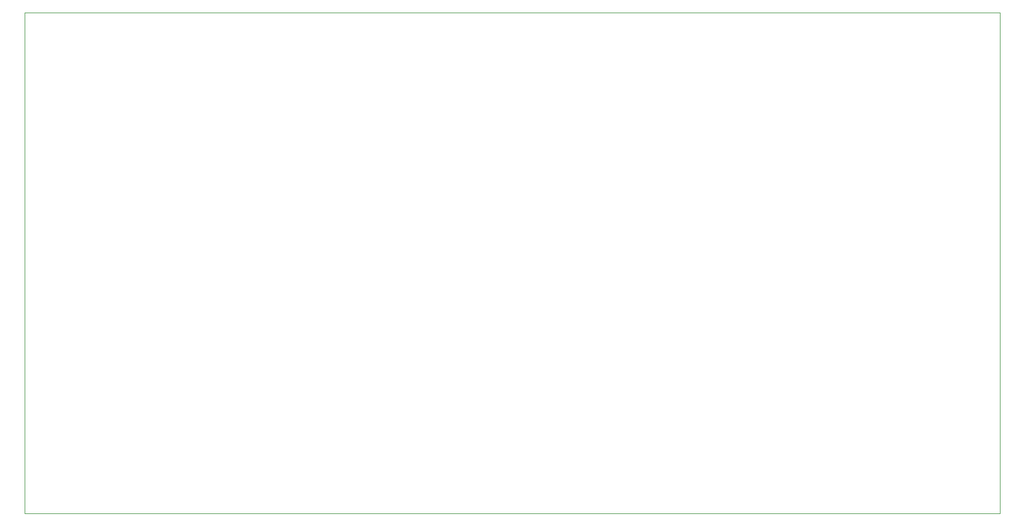
<source format=gm1>
%TF.GenerationSoftware,KiCad,Pcbnew,8.0.3*%
%TF.CreationDate,2024-07-14T00:03:07-05:00*%
%TF.ProjectId,Controller,436f6e74-726f-46c6-9c65-722e6b696361,rev?*%
%TF.SameCoordinates,Original*%
%TF.FileFunction,Profile,NP*%
%FSLAX46Y46*%
G04 Gerber Fmt 4.6, Leading zero omitted, Abs format (unit mm)*
G04 Created by KiCad (PCBNEW 8.0.3) date 2024-07-14 00:03:07*
%MOMM*%
%LPD*%
G01*
G04 APERTURE LIST*
%TA.AperFunction,Profile*%
%ADD10C,0.050000*%
%TD*%
G04 APERTURE END LIST*
D10*
X43000000Y-112000000D02*
X187000000Y-112000000D01*
X43000000Y-38000000D02*
X43000000Y-112000000D01*
X187000000Y-112000000D02*
X187000000Y-38000000D01*
X43000000Y-38000000D02*
X187000000Y-38000000D01*
M02*

</source>
